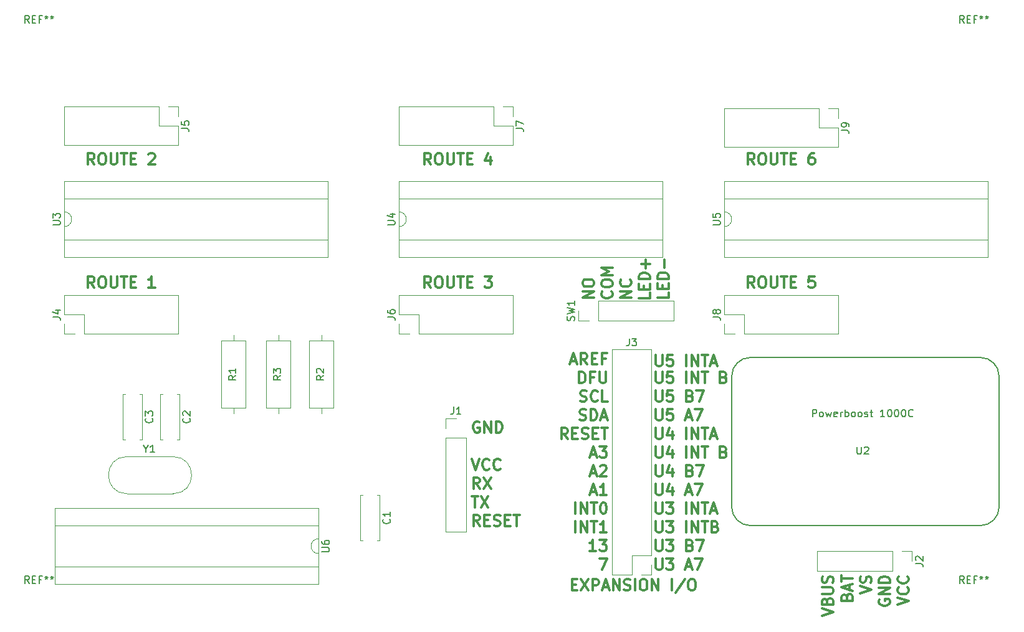
<source format=gbr>
G04 #@! TF.FileFunction,Legend,Top*
%FSLAX46Y46*%
G04 Gerber Fmt 4.6, Leading zero omitted, Abs format (unit mm)*
G04 Created by KiCad (PCBNEW 4.0.6) date 03/20/17 19:24:42*
%MOMM*%
%LPD*%
G01*
G04 APERTURE LIST*
%ADD10C,0.100000*%
%ADD11C,0.300000*%
%ADD12C,0.120000*%
%ADD13C,0.150000*%
G04 APERTURE END LIST*
D10*
D11*
X173395143Y-90594571D02*
X172895143Y-89880286D01*
X172538000Y-90594571D02*
X172538000Y-89094571D01*
X173109428Y-89094571D01*
X173252286Y-89166000D01*
X173323714Y-89237429D01*
X173395143Y-89380286D01*
X173395143Y-89594571D01*
X173323714Y-89737429D01*
X173252286Y-89808857D01*
X173109428Y-89880286D01*
X172538000Y-89880286D01*
X174323714Y-89094571D02*
X174609428Y-89094571D01*
X174752286Y-89166000D01*
X174895143Y-89308857D01*
X174966571Y-89594571D01*
X174966571Y-90094571D01*
X174895143Y-90380286D01*
X174752286Y-90523143D01*
X174609428Y-90594571D01*
X174323714Y-90594571D01*
X174180857Y-90523143D01*
X174038000Y-90380286D01*
X173966571Y-90094571D01*
X173966571Y-89594571D01*
X174038000Y-89308857D01*
X174180857Y-89166000D01*
X174323714Y-89094571D01*
X175609429Y-89094571D02*
X175609429Y-90308857D01*
X175680857Y-90451714D01*
X175752286Y-90523143D01*
X175895143Y-90594571D01*
X176180857Y-90594571D01*
X176323715Y-90523143D01*
X176395143Y-90451714D01*
X176466572Y-90308857D01*
X176466572Y-89094571D01*
X176966572Y-89094571D02*
X177823715Y-89094571D01*
X177395144Y-90594571D02*
X177395144Y-89094571D01*
X178323715Y-89808857D02*
X178823715Y-89808857D01*
X179038001Y-90594571D02*
X178323715Y-90594571D01*
X178323715Y-89094571D01*
X179038001Y-89094571D01*
X181466572Y-89094571D02*
X181180858Y-89094571D01*
X181038001Y-89166000D01*
X180966572Y-89237429D01*
X180823715Y-89451714D01*
X180752286Y-89737429D01*
X180752286Y-90308857D01*
X180823715Y-90451714D01*
X180895143Y-90523143D01*
X181038001Y-90594571D01*
X181323715Y-90594571D01*
X181466572Y-90523143D01*
X181538001Y-90451714D01*
X181609429Y-90308857D01*
X181609429Y-89951714D01*
X181538001Y-89808857D01*
X181466572Y-89737429D01*
X181323715Y-89666000D01*
X181038001Y-89666000D01*
X180895143Y-89737429D01*
X180823715Y-89808857D01*
X180752286Y-89951714D01*
X173395143Y-107358571D02*
X172895143Y-106644286D01*
X172538000Y-107358571D02*
X172538000Y-105858571D01*
X173109428Y-105858571D01*
X173252286Y-105930000D01*
X173323714Y-106001429D01*
X173395143Y-106144286D01*
X173395143Y-106358571D01*
X173323714Y-106501429D01*
X173252286Y-106572857D01*
X173109428Y-106644286D01*
X172538000Y-106644286D01*
X174323714Y-105858571D02*
X174609428Y-105858571D01*
X174752286Y-105930000D01*
X174895143Y-106072857D01*
X174966571Y-106358571D01*
X174966571Y-106858571D01*
X174895143Y-107144286D01*
X174752286Y-107287143D01*
X174609428Y-107358571D01*
X174323714Y-107358571D01*
X174180857Y-107287143D01*
X174038000Y-107144286D01*
X173966571Y-106858571D01*
X173966571Y-106358571D01*
X174038000Y-106072857D01*
X174180857Y-105930000D01*
X174323714Y-105858571D01*
X175609429Y-105858571D02*
X175609429Y-107072857D01*
X175680857Y-107215714D01*
X175752286Y-107287143D01*
X175895143Y-107358571D01*
X176180857Y-107358571D01*
X176323715Y-107287143D01*
X176395143Y-107215714D01*
X176466572Y-107072857D01*
X176466572Y-105858571D01*
X176966572Y-105858571D02*
X177823715Y-105858571D01*
X177395144Y-107358571D02*
X177395144Y-105858571D01*
X178323715Y-106572857D02*
X178823715Y-106572857D01*
X179038001Y-107358571D02*
X178323715Y-107358571D01*
X178323715Y-105858571D01*
X179038001Y-105858571D01*
X181538001Y-105858571D02*
X180823715Y-105858571D01*
X180752286Y-106572857D01*
X180823715Y-106501429D01*
X180966572Y-106430000D01*
X181323715Y-106430000D01*
X181466572Y-106501429D01*
X181538001Y-106572857D01*
X181609429Y-106715714D01*
X181609429Y-107072857D01*
X181538001Y-107215714D01*
X181466572Y-107287143D01*
X181323715Y-107358571D01*
X180966572Y-107358571D01*
X180823715Y-107287143D01*
X180752286Y-107215714D01*
X129453143Y-90594571D02*
X128953143Y-89880286D01*
X128596000Y-90594571D02*
X128596000Y-89094571D01*
X129167428Y-89094571D01*
X129310286Y-89166000D01*
X129381714Y-89237429D01*
X129453143Y-89380286D01*
X129453143Y-89594571D01*
X129381714Y-89737429D01*
X129310286Y-89808857D01*
X129167428Y-89880286D01*
X128596000Y-89880286D01*
X130381714Y-89094571D02*
X130667428Y-89094571D01*
X130810286Y-89166000D01*
X130953143Y-89308857D01*
X131024571Y-89594571D01*
X131024571Y-90094571D01*
X130953143Y-90380286D01*
X130810286Y-90523143D01*
X130667428Y-90594571D01*
X130381714Y-90594571D01*
X130238857Y-90523143D01*
X130096000Y-90380286D01*
X130024571Y-90094571D01*
X130024571Y-89594571D01*
X130096000Y-89308857D01*
X130238857Y-89166000D01*
X130381714Y-89094571D01*
X131667429Y-89094571D02*
X131667429Y-90308857D01*
X131738857Y-90451714D01*
X131810286Y-90523143D01*
X131953143Y-90594571D01*
X132238857Y-90594571D01*
X132381715Y-90523143D01*
X132453143Y-90451714D01*
X132524572Y-90308857D01*
X132524572Y-89094571D01*
X133024572Y-89094571D02*
X133881715Y-89094571D01*
X133453144Y-90594571D02*
X133453144Y-89094571D01*
X134381715Y-89808857D02*
X134881715Y-89808857D01*
X135096001Y-90594571D02*
X134381715Y-90594571D01*
X134381715Y-89094571D01*
X135096001Y-89094571D01*
X137524572Y-89594571D02*
X137524572Y-90594571D01*
X137167429Y-89023143D02*
X136810286Y-90094571D01*
X137738858Y-90094571D01*
X129453143Y-107358571D02*
X128953143Y-106644286D01*
X128596000Y-107358571D02*
X128596000Y-105858571D01*
X129167428Y-105858571D01*
X129310286Y-105930000D01*
X129381714Y-106001429D01*
X129453143Y-106144286D01*
X129453143Y-106358571D01*
X129381714Y-106501429D01*
X129310286Y-106572857D01*
X129167428Y-106644286D01*
X128596000Y-106644286D01*
X130381714Y-105858571D02*
X130667428Y-105858571D01*
X130810286Y-105930000D01*
X130953143Y-106072857D01*
X131024571Y-106358571D01*
X131024571Y-106858571D01*
X130953143Y-107144286D01*
X130810286Y-107287143D01*
X130667428Y-107358571D01*
X130381714Y-107358571D01*
X130238857Y-107287143D01*
X130096000Y-107144286D01*
X130024571Y-106858571D01*
X130024571Y-106358571D01*
X130096000Y-106072857D01*
X130238857Y-105930000D01*
X130381714Y-105858571D01*
X131667429Y-105858571D02*
X131667429Y-107072857D01*
X131738857Y-107215714D01*
X131810286Y-107287143D01*
X131953143Y-107358571D01*
X132238857Y-107358571D01*
X132381715Y-107287143D01*
X132453143Y-107215714D01*
X132524572Y-107072857D01*
X132524572Y-105858571D01*
X133024572Y-105858571D02*
X133881715Y-105858571D01*
X133453144Y-107358571D02*
X133453144Y-105858571D01*
X134381715Y-106572857D02*
X134881715Y-106572857D01*
X135096001Y-107358571D02*
X134381715Y-107358571D01*
X134381715Y-105858571D01*
X135096001Y-105858571D01*
X136738858Y-105858571D02*
X137667429Y-105858571D01*
X137167429Y-106430000D01*
X137381715Y-106430000D01*
X137524572Y-106501429D01*
X137596001Y-106572857D01*
X137667429Y-106715714D01*
X137667429Y-107072857D01*
X137596001Y-107215714D01*
X137524572Y-107287143D01*
X137381715Y-107358571D01*
X136953143Y-107358571D01*
X136810286Y-107287143D01*
X136738858Y-107215714D01*
X83733143Y-90594571D02*
X83233143Y-89880286D01*
X82876000Y-90594571D02*
X82876000Y-89094571D01*
X83447428Y-89094571D01*
X83590286Y-89166000D01*
X83661714Y-89237429D01*
X83733143Y-89380286D01*
X83733143Y-89594571D01*
X83661714Y-89737429D01*
X83590286Y-89808857D01*
X83447428Y-89880286D01*
X82876000Y-89880286D01*
X84661714Y-89094571D02*
X84947428Y-89094571D01*
X85090286Y-89166000D01*
X85233143Y-89308857D01*
X85304571Y-89594571D01*
X85304571Y-90094571D01*
X85233143Y-90380286D01*
X85090286Y-90523143D01*
X84947428Y-90594571D01*
X84661714Y-90594571D01*
X84518857Y-90523143D01*
X84376000Y-90380286D01*
X84304571Y-90094571D01*
X84304571Y-89594571D01*
X84376000Y-89308857D01*
X84518857Y-89166000D01*
X84661714Y-89094571D01*
X85947429Y-89094571D02*
X85947429Y-90308857D01*
X86018857Y-90451714D01*
X86090286Y-90523143D01*
X86233143Y-90594571D01*
X86518857Y-90594571D01*
X86661715Y-90523143D01*
X86733143Y-90451714D01*
X86804572Y-90308857D01*
X86804572Y-89094571D01*
X87304572Y-89094571D02*
X88161715Y-89094571D01*
X87733144Y-90594571D02*
X87733144Y-89094571D01*
X88661715Y-89808857D02*
X89161715Y-89808857D01*
X89376001Y-90594571D02*
X88661715Y-90594571D01*
X88661715Y-89094571D01*
X89376001Y-89094571D01*
X91090286Y-89237429D02*
X91161715Y-89166000D01*
X91304572Y-89094571D01*
X91661715Y-89094571D01*
X91804572Y-89166000D01*
X91876001Y-89237429D01*
X91947429Y-89380286D01*
X91947429Y-89523143D01*
X91876001Y-89737429D01*
X91018858Y-90594571D01*
X91947429Y-90594571D01*
X83733143Y-107358571D02*
X83233143Y-106644286D01*
X82876000Y-107358571D02*
X82876000Y-105858571D01*
X83447428Y-105858571D01*
X83590286Y-105930000D01*
X83661714Y-106001429D01*
X83733143Y-106144286D01*
X83733143Y-106358571D01*
X83661714Y-106501429D01*
X83590286Y-106572857D01*
X83447428Y-106644286D01*
X82876000Y-106644286D01*
X84661714Y-105858571D02*
X84947428Y-105858571D01*
X85090286Y-105930000D01*
X85233143Y-106072857D01*
X85304571Y-106358571D01*
X85304571Y-106858571D01*
X85233143Y-107144286D01*
X85090286Y-107287143D01*
X84947428Y-107358571D01*
X84661714Y-107358571D01*
X84518857Y-107287143D01*
X84376000Y-107144286D01*
X84304571Y-106858571D01*
X84304571Y-106358571D01*
X84376000Y-106072857D01*
X84518857Y-105930000D01*
X84661714Y-105858571D01*
X85947429Y-105858571D02*
X85947429Y-107072857D01*
X86018857Y-107215714D01*
X86090286Y-107287143D01*
X86233143Y-107358571D01*
X86518857Y-107358571D01*
X86661715Y-107287143D01*
X86733143Y-107215714D01*
X86804572Y-107072857D01*
X86804572Y-105858571D01*
X87304572Y-105858571D02*
X88161715Y-105858571D01*
X87733144Y-107358571D02*
X87733144Y-105858571D01*
X88661715Y-106572857D02*
X89161715Y-106572857D01*
X89376001Y-107358571D02*
X88661715Y-107358571D01*
X88661715Y-105858571D01*
X89376001Y-105858571D01*
X91947429Y-107358571D02*
X91090286Y-107358571D01*
X91518858Y-107358571D02*
X91518858Y-105858571D01*
X91376001Y-106072857D01*
X91233143Y-106215714D01*
X91090286Y-106287143D01*
X160012572Y-144212571D02*
X160012572Y-145426857D01*
X160084000Y-145569714D01*
X160155429Y-145641143D01*
X160298286Y-145712571D01*
X160584000Y-145712571D01*
X160726858Y-145641143D01*
X160798286Y-145569714D01*
X160869715Y-145426857D01*
X160869715Y-144212571D01*
X161441144Y-144212571D02*
X162369715Y-144212571D01*
X161869715Y-144784000D01*
X162084001Y-144784000D01*
X162226858Y-144855429D01*
X162298287Y-144926857D01*
X162369715Y-145069714D01*
X162369715Y-145426857D01*
X162298287Y-145569714D01*
X162226858Y-145641143D01*
X162084001Y-145712571D01*
X161655429Y-145712571D01*
X161512572Y-145641143D01*
X161441144Y-145569714D01*
X164084000Y-145284000D02*
X164798286Y-145284000D01*
X163941143Y-145712571D02*
X164441143Y-144212571D01*
X164941143Y-145712571D01*
X165298286Y-144212571D02*
X166298286Y-144212571D01*
X165655429Y-145712571D01*
X160012572Y-141672571D02*
X160012572Y-142886857D01*
X160084000Y-143029714D01*
X160155429Y-143101143D01*
X160298286Y-143172571D01*
X160584000Y-143172571D01*
X160726858Y-143101143D01*
X160798286Y-143029714D01*
X160869715Y-142886857D01*
X160869715Y-141672571D01*
X161441144Y-141672571D02*
X162369715Y-141672571D01*
X161869715Y-142244000D01*
X162084001Y-142244000D01*
X162226858Y-142315429D01*
X162298287Y-142386857D01*
X162369715Y-142529714D01*
X162369715Y-142886857D01*
X162298287Y-143029714D01*
X162226858Y-143101143D01*
X162084001Y-143172571D01*
X161655429Y-143172571D01*
X161512572Y-143101143D01*
X161441144Y-143029714D01*
X164655429Y-142386857D02*
X164869715Y-142458286D01*
X164941143Y-142529714D01*
X165012572Y-142672571D01*
X165012572Y-142886857D01*
X164941143Y-143029714D01*
X164869715Y-143101143D01*
X164726857Y-143172571D01*
X164155429Y-143172571D01*
X164155429Y-141672571D01*
X164655429Y-141672571D01*
X164798286Y-141744000D01*
X164869715Y-141815429D01*
X164941143Y-141958286D01*
X164941143Y-142101143D01*
X164869715Y-142244000D01*
X164798286Y-142315429D01*
X164655429Y-142386857D01*
X164155429Y-142386857D01*
X165512572Y-141672571D02*
X166512572Y-141672571D01*
X165869715Y-143172571D01*
X160012572Y-139132571D02*
X160012572Y-140346857D01*
X160084000Y-140489714D01*
X160155429Y-140561143D01*
X160298286Y-140632571D01*
X160584000Y-140632571D01*
X160726858Y-140561143D01*
X160798286Y-140489714D01*
X160869715Y-140346857D01*
X160869715Y-139132571D01*
X161441144Y-139132571D02*
X162369715Y-139132571D01*
X161869715Y-139704000D01*
X162084001Y-139704000D01*
X162226858Y-139775429D01*
X162298287Y-139846857D01*
X162369715Y-139989714D01*
X162369715Y-140346857D01*
X162298287Y-140489714D01*
X162226858Y-140561143D01*
X162084001Y-140632571D01*
X161655429Y-140632571D01*
X161512572Y-140561143D01*
X161441144Y-140489714D01*
X164155429Y-140632571D02*
X164155429Y-139132571D01*
X164869715Y-140632571D02*
X164869715Y-139132571D01*
X165726858Y-140632571D01*
X165726858Y-139132571D01*
X166226858Y-139132571D02*
X167084001Y-139132571D01*
X166655430Y-140632571D02*
X166655430Y-139132571D01*
X168084001Y-139846857D02*
X168298287Y-139918286D01*
X168369715Y-139989714D01*
X168441144Y-140132571D01*
X168441144Y-140346857D01*
X168369715Y-140489714D01*
X168298287Y-140561143D01*
X168155429Y-140632571D01*
X167584001Y-140632571D01*
X167584001Y-139132571D01*
X168084001Y-139132571D01*
X168226858Y-139204000D01*
X168298287Y-139275429D01*
X168369715Y-139418286D01*
X168369715Y-139561143D01*
X168298287Y-139704000D01*
X168226858Y-139775429D01*
X168084001Y-139846857D01*
X167584001Y-139846857D01*
X160012572Y-136592571D02*
X160012572Y-137806857D01*
X160084000Y-137949714D01*
X160155429Y-138021143D01*
X160298286Y-138092571D01*
X160584000Y-138092571D01*
X160726858Y-138021143D01*
X160798286Y-137949714D01*
X160869715Y-137806857D01*
X160869715Y-136592571D01*
X161441144Y-136592571D02*
X162369715Y-136592571D01*
X161869715Y-137164000D01*
X162084001Y-137164000D01*
X162226858Y-137235429D01*
X162298287Y-137306857D01*
X162369715Y-137449714D01*
X162369715Y-137806857D01*
X162298287Y-137949714D01*
X162226858Y-138021143D01*
X162084001Y-138092571D01*
X161655429Y-138092571D01*
X161512572Y-138021143D01*
X161441144Y-137949714D01*
X164155429Y-138092571D02*
X164155429Y-136592571D01*
X164869715Y-138092571D02*
X164869715Y-136592571D01*
X165726858Y-138092571D01*
X165726858Y-136592571D01*
X166226858Y-136592571D02*
X167084001Y-136592571D01*
X166655430Y-138092571D02*
X166655430Y-136592571D01*
X167512572Y-137664000D02*
X168226858Y-137664000D01*
X167369715Y-138092571D02*
X167869715Y-136592571D01*
X168369715Y-138092571D01*
X160012572Y-131512571D02*
X160012572Y-132726857D01*
X160084000Y-132869714D01*
X160155429Y-132941143D01*
X160298286Y-133012571D01*
X160584000Y-133012571D01*
X160726858Y-132941143D01*
X160798286Y-132869714D01*
X160869715Y-132726857D01*
X160869715Y-131512571D01*
X162226858Y-132012571D02*
X162226858Y-133012571D01*
X161869715Y-131441143D02*
X161512572Y-132512571D01*
X162441144Y-132512571D01*
X164655429Y-132226857D02*
X164869715Y-132298286D01*
X164941143Y-132369714D01*
X165012572Y-132512571D01*
X165012572Y-132726857D01*
X164941143Y-132869714D01*
X164869715Y-132941143D01*
X164726857Y-133012571D01*
X164155429Y-133012571D01*
X164155429Y-131512571D01*
X164655429Y-131512571D01*
X164798286Y-131584000D01*
X164869715Y-131655429D01*
X164941143Y-131798286D01*
X164941143Y-131941143D01*
X164869715Y-132084000D01*
X164798286Y-132155429D01*
X164655429Y-132226857D01*
X164155429Y-132226857D01*
X165512572Y-131512571D02*
X166512572Y-131512571D01*
X165869715Y-133012571D01*
X160012572Y-134052571D02*
X160012572Y-135266857D01*
X160084000Y-135409714D01*
X160155429Y-135481143D01*
X160298286Y-135552571D01*
X160584000Y-135552571D01*
X160726858Y-135481143D01*
X160798286Y-135409714D01*
X160869715Y-135266857D01*
X160869715Y-134052571D01*
X162226858Y-134552571D02*
X162226858Y-135552571D01*
X161869715Y-133981143D02*
X161512572Y-135052571D01*
X162441144Y-135052571D01*
X164084000Y-135124000D02*
X164798286Y-135124000D01*
X163941143Y-135552571D02*
X164441143Y-134052571D01*
X164941143Y-135552571D01*
X165298286Y-134052571D02*
X166298286Y-134052571D01*
X165655429Y-135552571D01*
X160012572Y-128972571D02*
X160012572Y-130186857D01*
X160084000Y-130329714D01*
X160155429Y-130401143D01*
X160298286Y-130472571D01*
X160584000Y-130472571D01*
X160726858Y-130401143D01*
X160798286Y-130329714D01*
X160869715Y-130186857D01*
X160869715Y-128972571D01*
X162226858Y-129472571D02*
X162226858Y-130472571D01*
X161869715Y-128901143D02*
X161512572Y-129972571D01*
X162441144Y-129972571D01*
X164155429Y-130472571D02*
X164155429Y-128972571D01*
X164869715Y-130472571D02*
X164869715Y-128972571D01*
X165726858Y-130472571D01*
X165726858Y-128972571D01*
X166226858Y-128972571D02*
X167084001Y-128972571D01*
X166655430Y-130472571D02*
X166655430Y-128972571D01*
X169226858Y-129686857D02*
X169441144Y-129758286D01*
X169512572Y-129829714D01*
X169584001Y-129972571D01*
X169584001Y-130186857D01*
X169512572Y-130329714D01*
X169441144Y-130401143D01*
X169298286Y-130472571D01*
X168726858Y-130472571D01*
X168726858Y-128972571D01*
X169226858Y-128972571D01*
X169369715Y-129044000D01*
X169441144Y-129115429D01*
X169512572Y-129258286D01*
X169512572Y-129401143D01*
X169441144Y-129544000D01*
X169369715Y-129615429D01*
X169226858Y-129686857D01*
X168726858Y-129686857D01*
X160012572Y-126432571D02*
X160012572Y-127646857D01*
X160084000Y-127789714D01*
X160155429Y-127861143D01*
X160298286Y-127932571D01*
X160584000Y-127932571D01*
X160726858Y-127861143D01*
X160798286Y-127789714D01*
X160869715Y-127646857D01*
X160869715Y-126432571D01*
X162226858Y-126932571D02*
X162226858Y-127932571D01*
X161869715Y-126361143D02*
X161512572Y-127432571D01*
X162441144Y-127432571D01*
X164155429Y-127932571D02*
X164155429Y-126432571D01*
X164869715Y-127932571D02*
X164869715Y-126432571D01*
X165726858Y-127932571D01*
X165726858Y-126432571D01*
X166226858Y-126432571D02*
X167084001Y-126432571D01*
X166655430Y-127932571D02*
X166655430Y-126432571D01*
X167512572Y-127504000D02*
X168226858Y-127504000D01*
X167369715Y-127932571D02*
X167869715Y-126432571D01*
X168369715Y-127932571D01*
X160012572Y-123892571D02*
X160012572Y-125106857D01*
X160084000Y-125249714D01*
X160155429Y-125321143D01*
X160298286Y-125392571D01*
X160584000Y-125392571D01*
X160726858Y-125321143D01*
X160798286Y-125249714D01*
X160869715Y-125106857D01*
X160869715Y-123892571D01*
X162298287Y-123892571D02*
X161584001Y-123892571D01*
X161512572Y-124606857D01*
X161584001Y-124535429D01*
X161726858Y-124464000D01*
X162084001Y-124464000D01*
X162226858Y-124535429D01*
X162298287Y-124606857D01*
X162369715Y-124749714D01*
X162369715Y-125106857D01*
X162298287Y-125249714D01*
X162226858Y-125321143D01*
X162084001Y-125392571D01*
X161726858Y-125392571D01*
X161584001Y-125321143D01*
X161512572Y-125249714D01*
X164084000Y-124964000D02*
X164798286Y-124964000D01*
X163941143Y-125392571D02*
X164441143Y-123892571D01*
X164941143Y-125392571D01*
X165298286Y-123892571D02*
X166298286Y-123892571D01*
X165655429Y-125392571D01*
X160012572Y-121352571D02*
X160012572Y-122566857D01*
X160084000Y-122709714D01*
X160155429Y-122781143D01*
X160298286Y-122852571D01*
X160584000Y-122852571D01*
X160726858Y-122781143D01*
X160798286Y-122709714D01*
X160869715Y-122566857D01*
X160869715Y-121352571D01*
X162298287Y-121352571D02*
X161584001Y-121352571D01*
X161512572Y-122066857D01*
X161584001Y-121995429D01*
X161726858Y-121924000D01*
X162084001Y-121924000D01*
X162226858Y-121995429D01*
X162298287Y-122066857D01*
X162369715Y-122209714D01*
X162369715Y-122566857D01*
X162298287Y-122709714D01*
X162226858Y-122781143D01*
X162084001Y-122852571D01*
X161726858Y-122852571D01*
X161584001Y-122781143D01*
X161512572Y-122709714D01*
X164655429Y-122066857D02*
X164869715Y-122138286D01*
X164941143Y-122209714D01*
X165012572Y-122352571D01*
X165012572Y-122566857D01*
X164941143Y-122709714D01*
X164869715Y-122781143D01*
X164726857Y-122852571D01*
X164155429Y-122852571D01*
X164155429Y-121352571D01*
X164655429Y-121352571D01*
X164798286Y-121424000D01*
X164869715Y-121495429D01*
X164941143Y-121638286D01*
X164941143Y-121781143D01*
X164869715Y-121924000D01*
X164798286Y-121995429D01*
X164655429Y-122066857D01*
X164155429Y-122066857D01*
X165512572Y-121352571D02*
X166512572Y-121352571D01*
X165869715Y-122852571D01*
X160012572Y-118812571D02*
X160012572Y-120026857D01*
X160084000Y-120169714D01*
X160155429Y-120241143D01*
X160298286Y-120312571D01*
X160584000Y-120312571D01*
X160726858Y-120241143D01*
X160798286Y-120169714D01*
X160869715Y-120026857D01*
X160869715Y-118812571D01*
X162298287Y-118812571D02*
X161584001Y-118812571D01*
X161512572Y-119526857D01*
X161584001Y-119455429D01*
X161726858Y-119384000D01*
X162084001Y-119384000D01*
X162226858Y-119455429D01*
X162298287Y-119526857D01*
X162369715Y-119669714D01*
X162369715Y-120026857D01*
X162298287Y-120169714D01*
X162226858Y-120241143D01*
X162084001Y-120312571D01*
X161726858Y-120312571D01*
X161584001Y-120241143D01*
X161512572Y-120169714D01*
X164155429Y-120312571D02*
X164155429Y-118812571D01*
X164869715Y-120312571D02*
X164869715Y-118812571D01*
X165726858Y-120312571D01*
X165726858Y-118812571D01*
X166226858Y-118812571D02*
X167084001Y-118812571D01*
X166655430Y-120312571D02*
X166655430Y-118812571D01*
X169226858Y-119526857D02*
X169441144Y-119598286D01*
X169512572Y-119669714D01*
X169584001Y-119812571D01*
X169584001Y-120026857D01*
X169512572Y-120169714D01*
X169441144Y-120241143D01*
X169298286Y-120312571D01*
X168726858Y-120312571D01*
X168726858Y-118812571D01*
X169226858Y-118812571D01*
X169369715Y-118884000D01*
X169441144Y-118955429D01*
X169512572Y-119098286D01*
X169512572Y-119241143D01*
X169441144Y-119384000D01*
X169369715Y-119455429D01*
X169226858Y-119526857D01*
X168726858Y-119526857D01*
X160012572Y-116526571D02*
X160012572Y-117740857D01*
X160084000Y-117883714D01*
X160155429Y-117955143D01*
X160298286Y-118026571D01*
X160584000Y-118026571D01*
X160726858Y-117955143D01*
X160798286Y-117883714D01*
X160869715Y-117740857D01*
X160869715Y-116526571D01*
X162298287Y-116526571D02*
X161584001Y-116526571D01*
X161512572Y-117240857D01*
X161584001Y-117169429D01*
X161726858Y-117098000D01*
X162084001Y-117098000D01*
X162226858Y-117169429D01*
X162298287Y-117240857D01*
X162369715Y-117383714D01*
X162369715Y-117740857D01*
X162298287Y-117883714D01*
X162226858Y-117955143D01*
X162084001Y-118026571D01*
X161726858Y-118026571D01*
X161584001Y-117955143D01*
X161512572Y-117883714D01*
X164155429Y-118026571D02*
X164155429Y-116526571D01*
X164869715Y-118026571D02*
X164869715Y-116526571D01*
X165726858Y-118026571D01*
X165726858Y-116526571D01*
X166226858Y-116526571D02*
X167084001Y-116526571D01*
X166655430Y-118026571D02*
X166655430Y-116526571D01*
X167512572Y-117598000D02*
X168226858Y-117598000D01*
X167369715Y-118026571D02*
X167869715Y-116526571D01*
X168369715Y-118026571D01*
X152376001Y-144212571D02*
X153376001Y-144212571D01*
X152733144Y-145712571D01*
X151876001Y-143172571D02*
X151018858Y-143172571D01*
X151447430Y-143172571D02*
X151447430Y-141672571D01*
X151304573Y-141886857D01*
X151161715Y-142029714D01*
X151018858Y-142101143D01*
X152376001Y-141672571D02*
X153304572Y-141672571D01*
X152804572Y-142244000D01*
X153018858Y-142244000D01*
X153161715Y-142315429D01*
X153233144Y-142386857D01*
X153304572Y-142529714D01*
X153304572Y-142886857D01*
X153233144Y-143029714D01*
X153161715Y-143101143D01*
X153018858Y-143172571D01*
X152590286Y-143172571D01*
X152447429Y-143101143D01*
X152376001Y-143029714D01*
X149090286Y-140632571D02*
X149090286Y-139132571D01*
X149804572Y-140632571D02*
X149804572Y-139132571D01*
X150661715Y-140632571D01*
X150661715Y-139132571D01*
X151161715Y-139132571D02*
X152018858Y-139132571D01*
X151590287Y-140632571D02*
X151590287Y-139132571D01*
X153304572Y-140632571D02*
X152447429Y-140632571D01*
X152876001Y-140632571D02*
X152876001Y-139132571D01*
X152733144Y-139346857D01*
X152590286Y-139489714D01*
X152447429Y-139561143D01*
X149090286Y-138092571D02*
X149090286Y-136592571D01*
X149804572Y-138092571D02*
X149804572Y-136592571D01*
X150661715Y-138092571D01*
X150661715Y-136592571D01*
X151161715Y-136592571D02*
X152018858Y-136592571D01*
X151590287Y-138092571D02*
X151590287Y-136592571D01*
X152804572Y-136592571D02*
X152947429Y-136592571D01*
X153090286Y-136664000D01*
X153161715Y-136735429D01*
X153233144Y-136878286D01*
X153304572Y-137164000D01*
X153304572Y-137521143D01*
X153233144Y-137806857D01*
X153161715Y-137949714D01*
X153090286Y-138021143D01*
X152947429Y-138092571D01*
X152804572Y-138092571D01*
X152661715Y-138021143D01*
X152590286Y-137949714D01*
X152518858Y-137806857D01*
X152447429Y-137521143D01*
X152447429Y-137164000D01*
X152518858Y-136878286D01*
X152590286Y-136735429D01*
X152661715Y-136664000D01*
X152804572Y-136592571D01*
X151161715Y-135124000D02*
X151876001Y-135124000D01*
X151018858Y-135552571D02*
X151518858Y-134052571D01*
X152018858Y-135552571D01*
X153304572Y-135552571D02*
X152447429Y-135552571D01*
X152876001Y-135552571D02*
X152876001Y-134052571D01*
X152733144Y-134266857D01*
X152590286Y-134409714D01*
X152447429Y-134481143D01*
X151161715Y-132584000D02*
X151876001Y-132584000D01*
X151018858Y-133012571D02*
X151518858Y-131512571D01*
X152018858Y-133012571D01*
X152447429Y-131655429D02*
X152518858Y-131584000D01*
X152661715Y-131512571D01*
X153018858Y-131512571D01*
X153161715Y-131584000D01*
X153233144Y-131655429D01*
X153304572Y-131798286D01*
X153304572Y-131941143D01*
X153233144Y-132155429D01*
X152376001Y-133012571D01*
X153304572Y-133012571D01*
X151161715Y-130044000D02*
X151876001Y-130044000D01*
X151018858Y-130472571D02*
X151518858Y-128972571D01*
X152018858Y-130472571D01*
X152376001Y-128972571D02*
X153304572Y-128972571D01*
X152804572Y-129544000D01*
X153018858Y-129544000D01*
X153161715Y-129615429D01*
X153233144Y-129686857D01*
X153304572Y-129829714D01*
X153304572Y-130186857D01*
X153233144Y-130329714D01*
X153161715Y-130401143D01*
X153018858Y-130472571D01*
X152590286Y-130472571D01*
X152447429Y-130401143D01*
X152376001Y-130329714D01*
X148018858Y-127932571D02*
X147518858Y-127218286D01*
X147161715Y-127932571D02*
X147161715Y-126432571D01*
X147733143Y-126432571D01*
X147876001Y-126504000D01*
X147947429Y-126575429D01*
X148018858Y-126718286D01*
X148018858Y-126932571D01*
X147947429Y-127075429D01*
X147876001Y-127146857D01*
X147733143Y-127218286D01*
X147161715Y-127218286D01*
X148661715Y-127146857D02*
X149161715Y-127146857D01*
X149376001Y-127932571D02*
X148661715Y-127932571D01*
X148661715Y-126432571D01*
X149376001Y-126432571D01*
X149947429Y-127861143D02*
X150161715Y-127932571D01*
X150518858Y-127932571D01*
X150661715Y-127861143D01*
X150733144Y-127789714D01*
X150804572Y-127646857D01*
X150804572Y-127504000D01*
X150733144Y-127361143D01*
X150661715Y-127289714D01*
X150518858Y-127218286D01*
X150233144Y-127146857D01*
X150090286Y-127075429D01*
X150018858Y-127004000D01*
X149947429Y-126861143D01*
X149947429Y-126718286D01*
X150018858Y-126575429D01*
X150090286Y-126504000D01*
X150233144Y-126432571D01*
X150590286Y-126432571D01*
X150804572Y-126504000D01*
X151447429Y-127146857D02*
X151947429Y-127146857D01*
X152161715Y-127932571D02*
X151447429Y-127932571D01*
X151447429Y-126432571D01*
X152161715Y-126432571D01*
X152590286Y-126432571D02*
X153447429Y-126432571D01*
X153018858Y-127932571D02*
X153018858Y-126432571D01*
X149661715Y-125321143D02*
X149876001Y-125392571D01*
X150233144Y-125392571D01*
X150376001Y-125321143D01*
X150447430Y-125249714D01*
X150518858Y-125106857D01*
X150518858Y-124964000D01*
X150447430Y-124821143D01*
X150376001Y-124749714D01*
X150233144Y-124678286D01*
X149947430Y-124606857D01*
X149804572Y-124535429D01*
X149733144Y-124464000D01*
X149661715Y-124321143D01*
X149661715Y-124178286D01*
X149733144Y-124035429D01*
X149804572Y-123964000D01*
X149947430Y-123892571D01*
X150304572Y-123892571D01*
X150518858Y-123964000D01*
X151161715Y-125392571D02*
X151161715Y-123892571D01*
X151518858Y-123892571D01*
X151733143Y-123964000D01*
X151876001Y-124106857D01*
X151947429Y-124249714D01*
X152018858Y-124535429D01*
X152018858Y-124749714D01*
X151947429Y-125035429D01*
X151876001Y-125178286D01*
X151733143Y-125321143D01*
X151518858Y-125392571D01*
X151161715Y-125392571D01*
X152590286Y-124964000D02*
X153304572Y-124964000D01*
X152447429Y-125392571D02*
X152947429Y-123892571D01*
X153447429Y-125392571D01*
X149733143Y-122781143D02*
X149947429Y-122852571D01*
X150304572Y-122852571D01*
X150447429Y-122781143D01*
X150518858Y-122709714D01*
X150590286Y-122566857D01*
X150590286Y-122424000D01*
X150518858Y-122281143D01*
X150447429Y-122209714D01*
X150304572Y-122138286D01*
X150018858Y-122066857D01*
X149876000Y-121995429D01*
X149804572Y-121924000D01*
X149733143Y-121781143D01*
X149733143Y-121638286D01*
X149804572Y-121495429D01*
X149876000Y-121424000D01*
X150018858Y-121352571D01*
X150376000Y-121352571D01*
X150590286Y-121424000D01*
X152090286Y-122709714D02*
X152018857Y-122781143D01*
X151804571Y-122852571D01*
X151661714Y-122852571D01*
X151447429Y-122781143D01*
X151304571Y-122638286D01*
X151233143Y-122495429D01*
X151161714Y-122209714D01*
X151161714Y-121995429D01*
X151233143Y-121709714D01*
X151304571Y-121566857D01*
X151447429Y-121424000D01*
X151661714Y-121352571D01*
X151804571Y-121352571D01*
X152018857Y-121424000D01*
X152090286Y-121495429D01*
X153447429Y-122852571D02*
X152733143Y-122852571D01*
X152733143Y-121352571D01*
X149590286Y-120312571D02*
X149590286Y-118812571D01*
X149947429Y-118812571D01*
X150161714Y-118884000D01*
X150304572Y-119026857D01*
X150376000Y-119169714D01*
X150447429Y-119455429D01*
X150447429Y-119669714D01*
X150376000Y-119955429D01*
X150304572Y-120098286D01*
X150161714Y-120241143D01*
X149947429Y-120312571D01*
X149590286Y-120312571D01*
X151590286Y-119526857D02*
X151090286Y-119526857D01*
X151090286Y-120312571D02*
X151090286Y-118812571D01*
X151804572Y-118812571D01*
X152376000Y-118812571D02*
X152376000Y-120026857D01*
X152447428Y-120169714D01*
X152518857Y-120241143D01*
X152661714Y-120312571D01*
X152947428Y-120312571D01*
X153090286Y-120241143D01*
X153161714Y-120169714D01*
X153233143Y-120026857D01*
X153233143Y-118812571D01*
X148447429Y-117344000D02*
X149161715Y-117344000D01*
X148304572Y-117772571D02*
X148804572Y-116272571D01*
X149304572Y-117772571D01*
X150661715Y-117772571D02*
X150161715Y-117058286D01*
X149804572Y-117772571D02*
X149804572Y-116272571D01*
X150376000Y-116272571D01*
X150518858Y-116344000D01*
X150590286Y-116415429D01*
X150661715Y-116558286D01*
X150661715Y-116772571D01*
X150590286Y-116915429D01*
X150518858Y-116986857D01*
X150376000Y-117058286D01*
X149804572Y-117058286D01*
X151304572Y-116986857D02*
X151804572Y-116986857D01*
X152018858Y-117772571D02*
X151304572Y-117772571D01*
X151304572Y-116272571D01*
X152018858Y-116272571D01*
X153161715Y-116986857D02*
X152661715Y-116986857D01*
X152661715Y-117772571D02*
X152661715Y-116272571D01*
X153376001Y-116272571D01*
X148614857Y-147720857D02*
X149114857Y-147720857D01*
X149329143Y-148506571D02*
X148614857Y-148506571D01*
X148614857Y-147006571D01*
X149329143Y-147006571D01*
X149829143Y-147006571D02*
X150829143Y-148506571D01*
X150829143Y-147006571D02*
X149829143Y-148506571D01*
X151400571Y-148506571D02*
X151400571Y-147006571D01*
X151971999Y-147006571D01*
X152114857Y-147078000D01*
X152186285Y-147149429D01*
X152257714Y-147292286D01*
X152257714Y-147506571D01*
X152186285Y-147649429D01*
X152114857Y-147720857D01*
X151971999Y-147792286D01*
X151400571Y-147792286D01*
X152829142Y-148078000D02*
X153543428Y-148078000D01*
X152686285Y-148506571D02*
X153186285Y-147006571D01*
X153686285Y-148506571D01*
X154186285Y-148506571D02*
X154186285Y-147006571D01*
X155043428Y-148506571D01*
X155043428Y-147006571D01*
X155686285Y-148435143D02*
X155900571Y-148506571D01*
X156257714Y-148506571D01*
X156400571Y-148435143D01*
X156472000Y-148363714D01*
X156543428Y-148220857D01*
X156543428Y-148078000D01*
X156472000Y-147935143D01*
X156400571Y-147863714D01*
X156257714Y-147792286D01*
X155972000Y-147720857D01*
X155829142Y-147649429D01*
X155757714Y-147578000D01*
X155686285Y-147435143D01*
X155686285Y-147292286D01*
X155757714Y-147149429D01*
X155829142Y-147078000D01*
X155972000Y-147006571D01*
X156329142Y-147006571D01*
X156543428Y-147078000D01*
X157186285Y-148506571D02*
X157186285Y-147006571D01*
X158186285Y-147006571D02*
X158471999Y-147006571D01*
X158614857Y-147078000D01*
X158757714Y-147220857D01*
X158829142Y-147506571D01*
X158829142Y-148006571D01*
X158757714Y-148292286D01*
X158614857Y-148435143D01*
X158471999Y-148506571D01*
X158186285Y-148506571D01*
X158043428Y-148435143D01*
X157900571Y-148292286D01*
X157829142Y-148006571D01*
X157829142Y-147506571D01*
X157900571Y-147220857D01*
X158043428Y-147078000D01*
X158186285Y-147006571D01*
X159472000Y-148506571D02*
X159472000Y-147006571D01*
X160329143Y-148506571D01*
X160329143Y-147006571D01*
X162186286Y-148506571D02*
X162186286Y-147006571D01*
X163972000Y-146935143D02*
X162686286Y-148863714D01*
X164757715Y-147006571D02*
X165043429Y-147006571D01*
X165186287Y-147078000D01*
X165329144Y-147220857D01*
X165400572Y-147506571D01*
X165400572Y-148006571D01*
X165329144Y-148292286D01*
X165186287Y-148435143D01*
X165043429Y-148506571D01*
X164757715Y-148506571D01*
X164614858Y-148435143D01*
X164472001Y-148292286D01*
X164400572Y-148006571D01*
X164400572Y-147506571D01*
X164472001Y-147220857D01*
X164614858Y-147078000D01*
X164757715Y-147006571D01*
X151554571Y-108715714D02*
X150054571Y-108715714D01*
X151554571Y-107858571D01*
X150054571Y-107858571D01*
X150054571Y-106858571D02*
X150054571Y-106572857D01*
X150126000Y-106429999D01*
X150268857Y-106287142D01*
X150554571Y-106215714D01*
X151054571Y-106215714D01*
X151340286Y-106287142D01*
X151483143Y-106429999D01*
X151554571Y-106572857D01*
X151554571Y-106858571D01*
X151483143Y-107001428D01*
X151340286Y-107144285D01*
X151054571Y-107215714D01*
X150554571Y-107215714D01*
X150268857Y-107144285D01*
X150126000Y-107001428D01*
X150054571Y-106858571D01*
X156634571Y-108715714D02*
X155134571Y-108715714D01*
X156634571Y-107858571D01*
X155134571Y-107858571D01*
X156491714Y-106287142D02*
X156563143Y-106358571D01*
X156634571Y-106572857D01*
X156634571Y-106715714D01*
X156563143Y-106929999D01*
X156420286Y-107072857D01*
X156277429Y-107144285D01*
X155991714Y-107215714D01*
X155777429Y-107215714D01*
X155491714Y-107144285D01*
X155348857Y-107072857D01*
X155206000Y-106929999D01*
X155134571Y-106715714D01*
X155134571Y-106572857D01*
X155206000Y-106358571D01*
X155277429Y-106287142D01*
X159174571Y-108064857D02*
X159174571Y-108779143D01*
X157674571Y-108779143D01*
X158388857Y-107564857D02*
X158388857Y-107064857D01*
X159174571Y-106850571D02*
X159174571Y-107564857D01*
X157674571Y-107564857D01*
X157674571Y-106850571D01*
X159174571Y-106207714D02*
X157674571Y-106207714D01*
X157674571Y-105850571D01*
X157746000Y-105636286D01*
X157888857Y-105493428D01*
X158031714Y-105422000D01*
X158317429Y-105350571D01*
X158531714Y-105350571D01*
X158817429Y-105422000D01*
X158960286Y-105493428D01*
X159103143Y-105636286D01*
X159174571Y-105850571D01*
X159174571Y-106207714D01*
X158603143Y-104707714D02*
X158603143Y-103564857D01*
X159174571Y-104136286D02*
X158031714Y-104136286D01*
X161714571Y-108001428D02*
X161714571Y-108715714D01*
X160214571Y-108715714D01*
X160928857Y-107501428D02*
X160928857Y-107001428D01*
X161714571Y-106787142D02*
X161714571Y-107501428D01*
X160214571Y-107501428D01*
X160214571Y-106787142D01*
X161714571Y-106144285D02*
X160214571Y-106144285D01*
X160214571Y-105787142D01*
X160286000Y-105572857D01*
X160428857Y-105429999D01*
X160571714Y-105358571D01*
X160857429Y-105287142D01*
X161071714Y-105287142D01*
X161357429Y-105358571D01*
X161500286Y-105429999D01*
X161643143Y-105572857D01*
X161714571Y-105787142D01*
X161714571Y-106144285D01*
X161143143Y-104644285D02*
X161143143Y-103501428D01*
X153951714Y-107858571D02*
X154023143Y-107930000D01*
X154094571Y-108144286D01*
X154094571Y-108287143D01*
X154023143Y-108501428D01*
X153880286Y-108644286D01*
X153737429Y-108715714D01*
X153451714Y-108787143D01*
X153237429Y-108787143D01*
X152951714Y-108715714D01*
X152808857Y-108644286D01*
X152666000Y-108501428D01*
X152594571Y-108287143D01*
X152594571Y-108144286D01*
X152666000Y-107930000D01*
X152737429Y-107858571D01*
X152594571Y-106930000D02*
X152594571Y-106644286D01*
X152666000Y-106501428D01*
X152808857Y-106358571D01*
X153094571Y-106287143D01*
X153594571Y-106287143D01*
X153880286Y-106358571D01*
X154023143Y-106501428D01*
X154094571Y-106644286D01*
X154094571Y-106930000D01*
X154023143Y-107072857D01*
X153880286Y-107215714D01*
X153594571Y-107287143D01*
X153094571Y-107287143D01*
X152808857Y-107215714D01*
X152666000Y-107072857D01*
X152594571Y-106930000D01*
X154094571Y-105644285D02*
X152594571Y-105644285D01*
X153666000Y-105144285D01*
X152594571Y-104644285D01*
X154094571Y-104644285D01*
X136088572Y-139743571D02*
X135588572Y-139029286D01*
X135231429Y-139743571D02*
X135231429Y-138243571D01*
X135802857Y-138243571D01*
X135945715Y-138315000D01*
X136017143Y-138386429D01*
X136088572Y-138529286D01*
X136088572Y-138743571D01*
X136017143Y-138886429D01*
X135945715Y-138957857D01*
X135802857Y-139029286D01*
X135231429Y-139029286D01*
X136731429Y-138957857D02*
X137231429Y-138957857D01*
X137445715Y-139743571D02*
X136731429Y-139743571D01*
X136731429Y-138243571D01*
X137445715Y-138243571D01*
X138017143Y-139672143D02*
X138231429Y-139743571D01*
X138588572Y-139743571D01*
X138731429Y-139672143D01*
X138802858Y-139600714D01*
X138874286Y-139457857D01*
X138874286Y-139315000D01*
X138802858Y-139172143D01*
X138731429Y-139100714D01*
X138588572Y-139029286D01*
X138302858Y-138957857D01*
X138160000Y-138886429D01*
X138088572Y-138815000D01*
X138017143Y-138672143D01*
X138017143Y-138529286D01*
X138088572Y-138386429D01*
X138160000Y-138315000D01*
X138302858Y-138243571D01*
X138660000Y-138243571D01*
X138874286Y-138315000D01*
X139517143Y-138957857D02*
X140017143Y-138957857D01*
X140231429Y-139743571D02*
X139517143Y-139743571D01*
X139517143Y-138243571D01*
X140231429Y-138243571D01*
X140660000Y-138243571D02*
X141517143Y-138243571D01*
X141088572Y-139743571D02*
X141088572Y-138243571D01*
X135017143Y-135703571D02*
X135874286Y-135703571D01*
X135445715Y-137203571D02*
X135445715Y-135703571D01*
X136231429Y-135703571D02*
X137231429Y-137203571D01*
X137231429Y-135703571D02*
X136231429Y-137203571D01*
X136088572Y-134663571D02*
X135588572Y-133949286D01*
X135231429Y-134663571D02*
X135231429Y-133163571D01*
X135802857Y-133163571D01*
X135945715Y-133235000D01*
X136017143Y-133306429D01*
X136088572Y-133449286D01*
X136088572Y-133663571D01*
X136017143Y-133806429D01*
X135945715Y-133877857D01*
X135802857Y-133949286D01*
X135231429Y-133949286D01*
X136588572Y-133163571D02*
X137588572Y-134663571D01*
X137588572Y-133163571D02*
X136588572Y-134663571D01*
X135017143Y-130623571D02*
X135517143Y-132123571D01*
X136017143Y-130623571D01*
X137374286Y-131980714D02*
X137302857Y-132052143D01*
X137088571Y-132123571D01*
X136945714Y-132123571D01*
X136731429Y-132052143D01*
X136588571Y-131909286D01*
X136517143Y-131766429D01*
X136445714Y-131480714D01*
X136445714Y-131266429D01*
X136517143Y-130980714D01*
X136588571Y-130837857D01*
X136731429Y-130695000D01*
X136945714Y-130623571D01*
X137088571Y-130623571D01*
X137302857Y-130695000D01*
X137374286Y-130766429D01*
X138874286Y-131980714D02*
X138802857Y-132052143D01*
X138588571Y-132123571D01*
X138445714Y-132123571D01*
X138231429Y-132052143D01*
X138088571Y-131909286D01*
X138017143Y-131766429D01*
X137945714Y-131480714D01*
X137945714Y-131266429D01*
X138017143Y-130980714D01*
X138088571Y-130837857D01*
X138231429Y-130695000D01*
X138445714Y-130623571D01*
X138588571Y-130623571D01*
X138802857Y-130695000D01*
X138874286Y-130766429D01*
X136017143Y-125615000D02*
X135874286Y-125543571D01*
X135660000Y-125543571D01*
X135445715Y-125615000D01*
X135302857Y-125757857D01*
X135231429Y-125900714D01*
X135160000Y-126186429D01*
X135160000Y-126400714D01*
X135231429Y-126686429D01*
X135302857Y-126829286D01*
X135445715Y-126972143D01*
X135660000Y-127043571D01*
X135802857Y-127043571D01*
X136017143Y-126972143D01*
X136088572Y-126900714D01*
X136088572Y-126400714D01*
X135802857Y-126400714D01*
X136731429Y-127043571D02*
X136731429Y-125543571D01*
X137588572Y-127043571D01*
X137588572Y-125543571D01*
X138302858Y-127043571D02*
X138302858Y-125543571D01*
X138660001Y-125543571D01*
X138874286Y-125615000D01*
X139017144Y-125757857D01*
X139088572Y-125900714D01*
X139160001Y-126186429D01*
X139160001Y-126400714D01*
X139088572Y-126686429D01*
X139017144Y-126829286D01*
X138874286Y-126972143D01*
X138660001Y-127043571D01*
X138302858Y-127043571D01*
X182566571Y-151975000D02*
X184066571Y-151475000D01*
X182566571Y-150975000D01*
X183280857Y-149975000D02*
X183352286Y-149760714D01*
X183423714Y-149689286D01*
X183566571Y-149617857D01*
X183780857Y-149617857D01*
X183923714Y-149689286D01*
X183995143Y-149760714D01*
X184066571Y-149903572D01*
X184066571Y-150475000D01*
X182566571Y-150475000D01*
X182566571Y-149975000D01*
X182638000Y-149832143D01*
X182709429Y-149760714D01*
X182852286Y-149689286D01*
X182995143Y-149689286D01*
X183138000Y-149760714D01*
X183209429Y-149832143D01*
X183280857Y-149975000D01*
X183280857Y-150475000D01*
X182566571Y-148975000D02*
X183780857Y-148975000D01*
X183923714Y-148903572D01*
X183995143Y-148832143D01*
X184066571Y-148689286D01*
X184066571Y-148403572D01*
X183995143Y-148260714D01*
X183923714Y-148189286D01*
X183780857Y-148117857D01*
X182566571Y-148117857D01*
X183995143Y-147475000D02*
X184066571Y-147260714D01*
X184066571Y-146903571D01*
X183995143Y-146760714D01*
X183923714Y-146689285D01*
X183780857Y-146617857D01*
X183638000Y-146617857D01*
X183495143Y-146689285D01*
X183423714Y-146760714D01*
X183352286Y-146903571D01*
X183280857Y-147189285D01*
X183209429Y-147332143D01*
X183138000Y-147403571D01*
X182995143Y-147475000D01*
X182852286Y-147475000D01*
X182709429Y-147403571D01*
X182638000Y-147332143D01*
X182566571Y-147189285D01*
X182566571Y-146832143D01*
X182638000Y-146617857D01*
X185947857Y-149403571D02*
X186019286Y-149189285D01*
X186090714Y-149117857D01*
X186233571Y-149046428D01*
X186447857Y-149046428D01*
X186590714Y-149117857D01*
X186662143Y-149189285D01*
X186733571Y-149332143D01*
X186733571Y-149903571D01*
X185233571Y-149903571D01*
X185233571Y-149403571D01*
X185305000Y-149260714D01*
X185376429Y-149189285D01*
X185519286Y-149117857D01*
X185662143Y-149117857D01*
X185805000Y-149189285D01*
X185876429Y-149260714D01*
X185947857Y-149403571D01*
X185947857Y-149903571D01*
X186305000Y-148475000D02*
X186305000Y-147760714D01*
X186733571Y-148617857D02*
X185233571Y-148117857D01*
X186733571Y-147617857D01*
X185233571Y-147332143D02*
X185233571Y-146475000D01*
X186733571Y-146903571D02*
X185233571Y-146903571D01*
X187773571Y-148903571D02*
X189273571Y-148403571D01*
X187773571Y-147903571D01*
X189202143Y-147475000D02*
X189273571Y-147260714D01*
X189273571Y-146903571D01*
X189202143Y-146760714D01*
X189130714Y-146689285D01*
X188987857Y-146617857D01*
X188845000Y-146617857D01*
X188702143Y-146689285D01*
X188630714Y-146760714D01*
X188559286Y-146903571D01*
X188487857Y-147189285D01*
X188416429Y-147332143D01*
X188345000Y-147403571D01*
X188202143Y-147475000D01*
X188059286Y-147475000D01*
X187916429Y-147403571D01*
X187845000Y-147332143D01*
X187773571Y-147189285D01*
X187773571Y-146832143D01*
X187845000Y-146617857D01*
X190385000Y-149760715D02*
X190313571Y-149903572D01*
X190313571Y-150117858D01*
X190385000Y-150332143D01*
X190527857Y-150475001D01*
X190670714Y-150546429D01*
X190956429Y-150617858D01*
X191170714Y-150617858D01*
X191456429Y-150546429D01*
X191599286Y-150475001D01*
X191742143Y-150332143D01*
X191813571Y-150117858D01*
X191813571Y-149975001D01*
X191742143Y-149760715D01*
X191670714Y-149689286D01*
X191170714Y-149689286D01*
X191170714Y-149975001D01*
X191813571Y-149046429D02*
X190313571Y-149046429D01*
X191813571Y-148189286D01*
X190313571Y-148189286D01*
X191813571Y-147475000D02*
X190313571Y-147475000D01*
X190313571Y-147117857D01*
X190385000Y-146903572D01*
X190527857Y-146760714D01*
X190670714Y-146689286D01*
X190956429Y-146617857D01*
X191170714Y-146617857D01*
X191456429Y-146689286D01*
X191599286Y-146760714D01*
X191742143Y-146903572D01*
X191813571Y-147117857D01*
X191813571Y-147475000D01*
X192853571Y-150475000D02*
X194353571Y-149975000D01*
X192853571Y-149475000D01*
X194210714Y-148117857D02*
X194282143Y-148189286D01*
X194353571Y-148403572D01*
X194353571Y-148546429D01*
X194282143Y-148760714D01*
X194139286Y-148903572D01*
X193996429Y-148975000D01*
X193710714Y-149046429D01*
X193496429Y-149046429D01*
X193210714Y-148975000D01*
X193067857Y-148903572D01*
X192925000Y-148760714D01*
X192853571Y-148546429D01*
X192853571Y-148403572D01*
X192925000Y-148189286D01*
X192996429Y-148117857D01*
X194210714Y-146617857D02*
X194282143Y-146689286D01*
X194353571Y-146903572D01*
X194353571Y-147046429D01*
X194282143Y-147260714D01*
X194139286Y-147403572D01*
X193996429Y-147475000D01*
X193710714Y-147546429D01*
X193496429Y-147546429D01*
X193210714Y-147475000D01*
X193067857Y-147403572D01*
X192925000Y-147260714D01*
X192853571Y-147046429D01*
X192853571Y-146903572D01*
X192925000Y-146689286D01*
X192996429Y-146617857D01*
D12*
X125102000Y-97044000D02*
G75*
G02X125102000Y-99044000I0J-1000000D01*
G01*
X125102000Y-99044000D02*
X125102000Y-100814000D01*
X125102000Y-100814000D02*
X160902000Y-100814000D01*
X160902000Y-100814000D02*
X160902000Y-95274000D01*
X160902000Y-95274000D02*
X125102000Y-95274000D01*
X125102000Y-95274000D02*
X125102000Y-97044000D01*
X125102000Y-103244000D02*
X160902000Y-103244000D01*
X160902000Y-103244000D02*
X160902000Y-92844000D01*
X160902000Y-92844000D02*
X125102000Y-92844000D01*
X125102000Y-92844000D02*
X125102000Y-103244000D01*
X122468000Y-135584000D02*
X122468000Y-141704000D01*
X119848000Y-135584000D02*
X119848000Y-141704000D01*
X122468000Y-135584000D02*
X122154000Y-135584000D01*
X120162000Y-135584000D02*
X119848000Y-135584000D01*
X122468000Y-141704000D02*
X122154000Y-141704000D01*
X120162000Y-141704000D02*
X119848000Y-141704000D01*
X131452000Y-127762000D02*
X131452000Y-140582000D01*
X131452000Y-140582000D02*
X134232000Y-140582000D01*
X134232000Y-140582000D02*
X134232000Y-127762000D01*
X134232000Y-127762000D02*
X131452000Y-127762000D01*
X131452000Y-126492000D02*
X131452000Y-125102000D01*
X131452000Y-125102000D02*
X132842000Y-125102000D01*
X192151000Y-143136000D02*
X181871000Y-143136000D01*
X181871000Y-143136000D02*
X181871000Y-145916000D01*
X181871000Y-145916000D02*
X192151000Y-145916000D01*
X192151000Y-145916000D02*
X192151000Y-143136000D01*
X193421000Y-143136000D02*
X194811000Y-143136000D01*
X194811000Y-143136000D02*
X194811000Y-144526000D01*
X159378000Y-143764000D02*
X159378000Y-115704000D01*
X159378000Y-115704000D02*
X154058000Y-115704000D01*
X154058000Y-115704000D02*
X154058000Y-146424000D01*
X154058000Y-146424000D02*
X156718000Y-146424000D01*
X156718000Y-146424000D02*
X156718000Y-143764000D01*
X156718000Y-143764000D02*
X159378000Y-143764000D01*
X159378000Y-145034000D02*
X159378000Y-146424000D01*
X159378000Y-146424000D02*
X157988000Y-146424000D01*
X82296000Y-113658000D02*
X95116000Y-113658000D01*
X95116000Y-113658000D02*
X95116000Y-108338000D01*
X95116000Y-108338000D02*
X79636000Y-108338000D01*
X79636000Y-108338000D02*
X79636000Y-110998000D01*
X79636000Y-110998000D02*
X82296000Y-110998000D01*
X82296000Y-110998000D02*
X82296000Y-113658000D01*
X81026000Y-113658000D02*
X79636000Y-113658000D01*
X79636000Y-113658000D02*
X79636000Y-112268000D01*
X92456000Y-82684000D02*
X79636000Y-82684000D01*
X79636000Y-82684000D02*
X79636000Y-88004000D01*
X79636000Y-88004000D02*
X95116000Y-88004000D01*
X95116000Y-88004000D02*
X95116000Y-85344000D01*
X95116000Y-85344000D02*
X92456000Y-85344000D01*
X92456000Y-85344000D02*
X92456000Y-82684000D01*
X93726000Y-82684000D02*
X95116000Y-82684000D01*
X95116000Y-82684000D02*
X95116000Y-84074000D01*
X127762000Y-113658000D02*
X140582000Y-113658000D01*
X140582000Y-113658000D02*
X140582000Y-108338000D01*
X140582000Y-108338000D02*
X125102000Y-108338000D01*
X125102000Y-108338000D02*
X125102000Y-110998000D01*
X125102000Y-110998000D02*
X127762000Y-110998000D01*
X127762000Y-110998000D02*
X127762000Y-113658000D01*
X126492000Y-113658000D02*
X125102000Y-113658000D01*
X125102000Y-113658000D02*
X125102000Y-112268000D01*
X137922000Y-82684000D02*
X125102000Y-82684000D01*
X125102000Y-82684000D02*
X125102000Y-88004000D01*
X125102000Y-88004000D02*
X140582000Y-88004000D01*
X140582000Y-88004000D02*
X140582000Y-85344000D01*
X140582000Y-85344000D02*
X137922000Y-85344000D01*
X137922000Y-85344000D02*
X137922000Y-82684000D01*
X139192000Y-82684000D02*
X140582000Y-82684000D01*
X140582000Y-82684000D02*
X140582000Y-84074000D01*
X171958000Y-113658000D02*
X184778000Y-113658000D01*
X184778000Y-113658000D02*
X184778000Y-108338000D01*
X184778000Y-108338000D02*
X169298000Y-108338000D01*
X169298000Y-108338000D02*
X169298000Y-110998000D01*
X169298000Y-110998000D02*
X171958000Y-110998000D01*
X171958000Y-110998000D02*
X171958000Y-113658000D01*
X170688000Y-113658000D02*
X169298000Y-113658000D01*
X169298000Y-113658000D02*
X169298000Y-112268000D01*
X182118000Y-82938000D02*
X169298000Y-82938000D01*
X169298000Y-82938000D02*
X169298000Y-88258000D01*
X169298000Y-88258000D02*
X184778000Y-88258000D01*
X184778000Y-88258000D02*
X184778000Y-85598000D01*
X184778000Y-85598000D02*
X182118000Y-85598000D01*
X182118000Y-85598000D02*
X182118000Y-82938000D01*
X183388000Y-82938000D02*
X184778000Y-82938000D01*
X184778000Y-82938000D02*
X184778000Y-84328000D01*
X100956000Y-123686000D02*
X104276000Y-123686000D01*
X104276000Y-123686000D02*
X104276000Y-114566000D01*
X104276000Y-114566000D02*
X100956000Y-114566000D01*
X100956000Y-114566000D02*
X100956000Y-123686000D01*
X102616000Y-124496000D02*
X102616000Y-123686000D01*
X102616000Y-113756000D02*
X102616000Y-114566000D01*
X112894000Y-123686000D02*
X116214000Y-123686000D01*
X116214000Y-123686000D02*
X116214000Y-114566000D01*
X116214000Y-114566000D02*
X112894000Y-114566000D01*
X112894000Y-114566000D02*
X112894000Y-123686000D01*
X114554000Y-124496000D02*
X114554000Y-123686000D01*
X114554000Y-113756000D02*
X114554000Y-114566000D01*
X107052000Y-123686000D02*
X110372000Y-123686000D01*
X110372000Y-123686000D02*
X110372000Y-114566000D01*
X110372000Y-114566000D02*
X107052000Y-114566000D01*
X107052000Y-114566000D02*
X107052000Y-123686000D01*
X108712000Y-124496000D02*
X108712000Y-123686000D01*
X108712000Y-113756000D02*
X108712000Y-114566000D01*
X152146000Y-111880000D02*
X162426000Y-111880000D01*
X162426000Y-111880000D02*
X162426000Y-109100000D01*
X162426000Y-109100000D02*
X152146000Y-109100000D01*
X152146000Y-109100000D02*
X152146000Y-111880000D01*
X150876000Y-111880000D02*
X149486000Y-111880000D01*
X149486000Y-111880000D02*
X149486000Y-110490000D01*
D13*
X206629000Y-119380000D02*
G75*
G03X204089000Y-116840000I-2540000J0D01*
G01*
X204089000Y-139700000D02*
G75*
G03X206629000Y-137160000I0J2540000D01*
G01*
X172847000Y-116840000D02*
G75*
G03X170307000Y-119380000I0J-2540000D01*
G01*
X170307000Y-137160000D02*
G75*
G03X172847000Y-139700000I2540000J0D01*
G01*
X172847000Y-116840000D02*
X204089000Y-116840000D01*
X170307000Y-119380000D02*
X170307000Y-137160000D01*
X172847000Y-139700000D02*
X204089000Y-139700000D01*
X206629000Y-119380000D02*
X206629000Y-137160000D01*
D12*
X79636000Y-97044000D02*
G75*
G02X79636000Y-99044000I0J-1000000D01*
G01*
X79636000Y-99044000D02*
X79636000Y-100814000D01*
X79636000Y-100814000D02*
X115436000Y-100814000D01*
X115436000Y-100814000D02*
X115436000Y-95274000D01*
X115436000Y-95274000D02*
X79636000Y-95274000D01*
X79636000Y-95274000D02*
X79636000Y-97044000D01*
X79636000Y-103244000D02*
X115436000Y-103244000D01*
X115436000Y-103244000D02*
X115436000Y-92844000D01*
X115436000Y-92844000D02*
X79636000Y-92844000D01*
X79636000Y-92844000D02*
X79636000Y-103244000D01*
X169298000Y-97044000D02*
G75*
G02X169298000Y-99044000I0J-1000000D01*
G01*
X169298000Y-99044000D02*
X169298000Y-100814000D01*
X169298000Y-100814000D02*
X205098000Y-100814000D01*
X205098000Y-100814000D02*
X205098000Y-95274000D01*
X205098000Y-95274000D02*
X169298000Y-95274000D01*
X169298000Y-95274000D02*
X169298000Y-97044000D01*
X169298000Y-103244000D02*
X205098000Y-103244000D01*
X205098000Y-103244000D02*
X205098000Y-92844000D01*
X205098000Y-92844000D02*
X169298000Y-92844000D01*
X169298000Y-92844000D02*
X169298000Y-103244000D01*
X114166000Y-143494000D02*
G75*
G02X114166000Y-141494000I0J1000000D01*
G01*
X114166000Y-141494000D02*
X114166000Y-139724000D01*
X114166000Y-139724000D02*
X78366000Y-139724000D01*
X78366000Y-139724000D02*
X78366000Y-145264000D01*
X78366000Y-145264000D02*
X114166000Y-145264000D01*
X114166000Y-145264000D02*
X114166000Y-143494000D01*
X114166000Y-137294000D02*
X78366000Y-137294000D01*
X78366000Y-137294000D02*
X78366000Y-147694000D01*
X78366000Y-147694000D02*
X114166000Y-147694000D01*
X114166000Y-147694000D02*
X114166000Y-137294000D01*
X94411000Y-130317000D02*
G75*
G02X94411000Y-135367000I0J-2525000D01*
G01*
X88161000Y-130317000D02*
G75*
G03X88161000Y-135367000I0J-2525000D01*
G01*
X94411000Y-135367000D02*
X88161000Y-135367000D01*
X94411000Y-130317000D02*
X88161000Y-130317000D01*
X95290000Y-121868000D02*
X95290000Y-127988000D01*
X92670000Y-121868000D02*
X92670000Y-127988000D01*
X95290000Y-121868000D02*
X94976000Y-121868000D01*
X92984000Y-121868000D02*
X92670000Y-121868000D01*
X95290000Y-127988000D02*
X94976000Y-127988000D01*
X92984000Y-127988000D02*
X92670000Y-127988000D01*
X90210000Y-121868000D02*
X90210000Y-127988000D01*
X87590000Y-121868000D02*
X87590000Y-127988000D01*
X90210000Y-121868000D02*
X89896000Y-121868000D01*
X87904000Y-121868000D02*
X87590000Y-121868000D01*
X90210000Y-127988000D02*
X89896000Y-127988000D01*
X87904000Y-127988000D02*
X87590000Y-127988000D01*
D13*
X123554381Y-98805905D02*
X124363905Y-98805905D01*
X124459143Y-98758286D01*
X124506762Y-98710667D01*
X124554381Y-98615429D01*
X124554381Y-98424952D01*
X124506762Y-98329714D01*
X124459143Y-98282095D01*
X124363905Y-98234476D01*
X123554381Y-98234476D01*
X123887714Y-97329714D02*
X124554381Y-97329714D01*
X123506762Y-97567810D02*
X124221048Y-97805905D01*
X124221048Y-97186857D01*
X123825143Y-138810666D02*
X123872762Y-138858285D01*
X123920381Y-139001142D01*
X123920381Y-139096380D01*
X123872762Y-139239238D01*
X123777524Y-139334476D01*
X123682286Y-139382095D01*
X123491810Y-139429714D01*
X123348952Y-139429714D01*
X123158476Y-139382095D01*
X123063238Y-139334476D01*
X122968000Y-139239238D01*
X122920381Y-139096380D01*
X122920381Y-139001142D01*
X122968000Y-138858285D01*
X123015619Y-138810666D01*
X123920381Y-137858285D02*
X123920381Y-138429714D01*
X123920381Y-138144000D02*
X122920381Y-138144000D01*
X123063238Y-138239238D01*
X123158476Y-138334476D01*
X123206095Y-138429714D01*
X132508667Y-123554381D02*
X132508667Y-124268667D01*
X132461047Y-124411524D01*
X132365809Y-124506762D01*
X132222952Y-124554381D01*
X132127714Y-124554381D01*
X133508667Y-124554381D02*
X132937238Y-124554381D01*
X133222952Y-124554381D02*
X133222952Y-123554381D01*
X133127714Y-123697238D01*
X133032476Y-123792476D01*
X132937238Y-123840095D01*
X195263381Y-144859333D02*
X195977667Y-144859333D01*
X196120524Y-144906953D01*
X196215762Y-145002191D01*
X196263381Y-145145048D01*
X196263381Y-145240286D01*
X195358619Y-144430762D02*
X195311000Y-144383143D01*
X195263381Y-144287905D01*
X195263381Y-144049809D01*
X195311000Y-143954571D01*
X195358619Y-143906952D01*
X195453857Y-143859333D01*
X195549095Y-143859333D01*
X195691952Y-143906952D01*
X196263381Y-144478381D01*
X196263381Y-143859333D01*
X156384667Y-114260381D02*
X156384667Y-114974667D01*
X156337047Y-115117524D01*
X156241809Y-115212762D01*
X156098952Y-115260381D01*
X156003714Y-115260381D01*
X156765619Y-114260381D02*
X157384667Y-114260381D01*
X157051333Y-114641333D01*
X157194191Y-114641333D01*
X157289429Y-114688952D01*
X157337048Y-114736571D01*
X157384667Y-114831810D01*
X157384667Y-115069905D01*
X157337048Y-115165143D01*
X157289429Y-115212762D01*
X157194191Y-115260381D01*
X156908476Y-115260381D01*
X156813238Y-115212762D01*
X156765619Y-115165143D01*
X78088381Y-111331333D02*
X78802667Y-111331333D01*
X78945524Y-111378953D01*
X79040762Y-111474191D01*
X79088381Y-111617048D01*
X79088381Y-111712286D01*
X78421714Y-110426571D02*
X79088381Y-110426571D01*
X78040762Y-110664667D02*
X78755048Y-110902762D01*
X78755048Y-110283714D01*
X95568381Y-85677333D02*
X96282667Y-85677333D01*
X96425524Y-85724953D01*
X96520762Y-85820191D01*
X96568381Y-85963048D01*
X96568381Y-86058286D01*
X95568381Y-84724952D02*
X95568381Y-85201143D01*
X96044571Y-85248762D01*
X95996952Y-85201143D01*
X95949333Y-85105905D01*
X95949333Y-84867809D01*
X95996952Y-84772571D01*
X96044571Y-84724952D01*
X96139810Y-84677333D01*
X96377905Y-84677333D01*
X96473143Y-84724952D01*
X96520762Y-84772571D01*
X96568381Y-84867809D01*
X96568381Y-85105905D01*
X96520762Y-85201143D01*
X96473143Y-85248762D01*
X123554381Y-111331333D02*
X124268667Y-111331333D01*
X124411524Y-111378953D01*
X124506762Y-111474191D01*
X124554381Y-111617048D01*
X124554381Y-111712286D01*
X123554381Y-110426571D02*
X123554381Y-110617048D01*
X123602000Y-110712286D01*
X123649619Y-110759905D01*
X123792476Y-110855143D01*
X123982952Y-110902762D01*
X124363905Y-110902762D01*
X124459143Y-110855143D01*
X124506762Y-110807524D01*
X124554381Y-110712286D01*
X124554381Y-110521809D01*
X124506762Y-110426571D01*
X124459143Y-110378952D01*
X124363905Y-110331333D01*
X124125810Y-110331333D01*
X124030571Y-110378952D01*
X123982952Y-110426571D01*
X123935333Y-110521809D01*
X123935333Y-110712286D01*
X123982952Y-110807524D01*
X124030571Y-110855143D01*
X124125810Y-110902762D01*
X141034381Y-85677333D02*
X141748667Y-85677333D01*
X141891524Y-85724953D01*
X141986762Y-85820191D01*
X142034381Y-85963048D01*
X142034381Y-86058286D01*
X141034381Y-85296381D02*
X141034381Y-84629714D01*
X142034381Y-85058286D01*
X167750381Y-111331333D02*
X168464667Y-111331333D01*
X168607524Y-111378953D01*
X168702762Y-111474191D01*
X168750381Y-111617048D01*
X168750381Y-111712286D01*
X168178952Y-110712286D02*
X168131333Y-110807524D01*
X168083714Y-110855143D01*
X167988476Y-110902762D01*
X167940857Y-110902762D01*
X167845619Y-110855143D01*
X167798000Y-110807524D01*
X167750381Y-110712286D01*
X167750381Y-110521809D01*
X167798000Y-110426571D01*
X167845619Y-110378952D01*
X167940857Y-110331333D01*
X167988476Y-110331333D01*
X168083714Y-110378952D01*
X168131333Y-110426571D01*
X168178952Y-110521809D01*
X168178952Y-110712286D01*
X168226571Y-110807524D01*
X168274190Y-110855143D01*
X168369429Y-110902762D01*
X168559905Y-110902762D01*
X168655143Y-110855143D01*
X168702762Y-110807524D01*
X168750381Y-110712286D01*
X168750381Y-110521809D01*
X168702762Y-110426571D01*
X168655143Y-110378952D01*
X168559905Y-110331333D01*
X168369429Y-110331333D01*
X168274190Y-110378952D01*
X168226571Y-110426571D01*
X168178952Y-110521809D01*
X185230381Y-85931333D02*
X185944667Y-85931333D01*
X186087524Y-85978953D01*
X186182762Y-86074191D01*
X186230381Y-86217048D01*
X186230381Y-86312286D01*
X186230381Y-85407524D02*
X186230381Y-85217048D01*
X186182762Y-85121809D01*
X186135143Y-85074190D01*
X185992286Y-84978952D01*
X185801810Y-84931333D01*
X185420857Y-84931333D01*
X185325619Y-84978952D01*
X185278000Y-85026571D01*
X185230381Y-85121809D01*
X185230381Y-85312286D01*
X185278000Y-85407524D01*
X185325619Y-85455143D01*
X185420857Y-85502762D01*
X185658952Y-85502762D01*
X185754190Y-85455143D01*
X185801810Y-85407524D01*
X185849429Y-85312286D01*
X185849429Y-85121809D01*
X185801810Y-85026571D01*
X185754190Y-84978952D01*
X185658952Y-84931333D01*
X102948381Y-119292666D02*
X102472190Y-119626000D01*
X102948381Y-119864095D02*
X101948381Y-119864095D01*
X101948381Y-119483142D01*
X101996000Y-119387904D01*
X102043619Y-119340285D01*
X102138857Y-119292666D01*
X102281714Y-119292666D01*
X102376952Y-119340285D01*
X102424571Y-119387904D01*
X102472190Y-119483142D01*
X102472190Y-119864095D01*
X102948381Y-118340285D02*
X102948381Y-118911714D01*
X102948381Y-118626000D02*
X101948381Y-118626000D01*
X102091238Y-118721238D01*
X102186476Y-118816476D01*
X102234095Y-118911714D01*
X114886381Y-119292666D02*
X114410190Y-119626000D01*
X114886381Y-119864095D02*
X113886381Y-119864095D01*
X113886381Y-119483142D01*
X113934000Y-119387904D01*
X113981619Y-119340285D01*
X114076857Y-119292666D01*
X114219714Y-119292666D01*
X114314952Y-119340285D01*
X114362571Y-119387904D01*
X114410190Y-119483142D01*
X114410190Y-119864095D01*
X113981619Y-118911714D02*
X113934000Y-118864095D01*
X113886381Y-118768857D01*
X113886381Y-118530761D01*
X113934000Y-118435523D01*
X113981619Y-118387904D01*
X114076857Y-118340285D01*
X114172095Y-118340285D01*
X114314952Y-118387904D01*
X114886381Y-118959333D01*
X114886381Y-118340285D01*
X109044381Y-119292666D02*
X108568190Y-119626000D01*
X109044381Y-119864095D02*
X108044381Y-119864095D01*
X108044381Y-119483142D01*
X108092000Y-119387904D01*
X108139619Y-119340285D01*
X108234857Y-119292666D01*
X108377714Y-119292666D01*
X108472952Y-119340285D01*
X108520571Y-119387904D01*
X108568190Y-119483142D01*
X108568190Y-119864095D01*
X108044381Y-118959333D02*
X108044381Y-118340285D01*
X108425333Y-118673619D01*
X108425333Y-118530761D01*
X108472952Y-118435523D01*
X108520571Y-118387904D01*
X108615810Y-118340285D01*
X108853905Y-118340285D01*
X108949143Y-118387904D01*
X108996762Y-118435523D01*
X109044381Y-118530761D01*
X109044381Y-118816476D01*
X108996762Y-118911714D01*
X108949143Y-118959333D01*
X148890762Y-111823333D02*
X148938381Y-111680476D01*
X148938381Y-111442380D01*
X148890762Y-111347142D01*
X148843143Y-111299523D01*
X148747905Y-111251904D01*
X148652667Y-111251904D01*
X148557429Y-111299523D01*
X148509810Y-111347142D01*
X148462190Y-111442380D01*
X148414571Y-111632857D01*
X148366952Y-111728095D01*
X148319333Y-111775714D01*
X148224095Y-111823333D01*
X148128857Y-111823333D01*
X148033619Y-111775714D01*
X147986000Y-111728095D01*
X147938381Y-111632857D01*
X147938381Y-111394761D01*
X147986000Y-111251904D01*
X147938381Y-110918571D02*
X148938381Y-110680476D01*
X148224095Y-110489999D01*
X148938381Y-110299523D01*
X147938381Y-110061428D01*
X148938381Y-109156666D02*
X148938381Y-109728095D01*
X148938381Y-109442381D02*
X147938381Y-109442381D01*
X148081238Y-109537619D01*
X148176476Y-109632857D01*
X148224095Y-109728095D01*
X187325095Y-128992381D02*
X187325095Y-129801905D01*
X187372714Y-129897143D01*
X187420333Y-129944762D01*
X187515571Y-129992381D01*
X187706048Y-129992381D01*
X187801286Y-129944762D01*
X187848905Y-129897143D01*
X187896524Y-129801905D01*
X187896524Y-128992381D01*
X188325095Y-129087619D02*
X188372714Y-129040000D01*
X188467952Y-128992381D01*
X188706048Y-128992381D01*
X188801286Y-129040000D01*
X188848905Y-129087619D01*
X188896524Y-129182857D01*
X188896524Y-129278095D01*
X188848905Y-129420952D01*
X188277476Y-129992381D01*
X188896524Y-129992381D01*
X181277475Y-124912381D02*
X181277475Y-123912381D01*
X181658428Y-123912381D01*
X181753666Y-123960000D01*
X181801285Y-124007619D01*
X181848904Y-124102857D01*
X181848904Y-124245714D01*
X181801285Y-124340952D01*
X181753666Y-124388571D01*
X181658428Y-124436190D01*
X181277475Y-124436190D01*
X182420332Y-124912381D02*
X182325094Y-124864762D01*
X182277475Y-124817143D01*
X182229856Y-124721905D01*
X182229856Y-124436190D01*
X182277475Y-124340952D01*
X182325094Y-124293333D01*
X182420332Y-124245714D01*
X182563190Y-124245714D01*
X182658428Y-124293333D01*
X182706047Y-124340952D01*
X182753666Y-124436190D01*
X182753666Y-124721905D01*
X182706047Y-124817143D01*
X182658428Y-124864762D01*
X182563190Y-124912381D01*
X182420332Y-124912381D01*
X183086999Y-124245714D02*
X183277475Y-124912381D01*
X183467952Y-124436190D01*
X183658428Y-124912381D01*
X183848904Y-124245714D01*
X184610809Y-124864762D02*
X184515571Y-124912381D01*
X184325094Y-124912381D01*
X184229856Y-124864762D01*
X184182237Y-124769524D01*
X184182237Y-124388571D01*
X184229856Y-124293333D01*
X184325094Y-124245714D01*
X184515571Y-124245714D01*
X184610809Y-124293333D01*
X184658428Y-124388571D01*
X184658428Y-124483810D01*
X184182237Y-124579048D01*
X185086999Y-124912381D02*
X185086999Y-124245714D01*
X185086999Y-124436190D02*
X185134618Y-124340952D01*
X185182237Y-124293333D01*
X185277475Y-124245714D01*
X185372714Y-124245714D01*
X185706047Y-124912381D02*
X185706047Y-123912381D01*
X185706047Y-124293333D02*
X185801285Y-124245714D01*
X185991762Y-124245714D01*
X186087000Y-124293333D01*
X186134619Y-124340952D01*
X186182238Y-124436190D01*
X186182238Y-124721905D01*
X186134619Y-124817143D01*
X186087000Y-124864762D01*
X185991762Y-124912381D01*
X185801285Y-124912381D01*
X185706047Y-124864762D01*
X186753666Y-124912381D02*
X186658428Y-124864762D01*
X186610809Y-124817143D01*
X186563190Y-124721905D01*
X186563190Y-124436190D01*
X186610809Y-124340952D01*
X186658428Y-124293333D01*
X186753666Y-124245714D01*
X186896524Y-124245714D01*
X186991762Y-124293333D01*
X187039381Y-124340952D01*
X187087000Y-124436190D01*
X187087000Y-124721905D01*
X187039381Y-124817143D01*
X186991762Y-124864762D01*
X186896524Y-124912381D01*
X186753666Y-124912381D01*
X187658428Y-124912381D02*
X187563190Y-124864762D01*
X187515571Y-124817143D01*
X187467952Y-124721905D01*
X187467952Y-124436190D01*
X187515571Y-124340952D01*
X187563190Y-124293333D01*
X187658428Y-124245714D01*
X187801286Y-124245714D01*
X187896524Y-124293333D01*
X187944143Y-124340952D01*
X187991762Y-124436190D01*
X187991762Y-124721905D01*
X187944143Y-124817143D01*
X187896524Y-124864762D01*
X187801286Y-124912381D01*
X187658428Y-124912381D01*
X188372714Y-124864762D02*
X188467952Y-124912381D01*
X188658428Y-124912381D01*
X188753667Y-124864762D01*
X188801286Y-124769524D01*
X188801286Y-124721905D01*
X188753667Y-124626667D01*
X188658428Y-124579048D01*
X188515571Y-124579048D01*
X188420333Y-124531429D01*
X188372714Y-124436190D01*
X188372714Y-124388571D01*
X188420333Y-124293333D01*
X188515571Y-124245714D01*
X188658428Y-124245714D01*
X188753667Y-124293333D01*
X189087000Y-124245714D02*
X189467952Y-124245714D01*
X189229857Y-123912381D02*
X189229857Y-124769524D01*
X189277476Y-124864762D01*
X189372714Y-124912381D01*
X189467952Y-124912381D01*
X191087001Y-124912381D02*
X190515572Y-124912381D01*
X190801286Y-124912381D02*
X190801286Y-123912381D01*
X190706048Y-124055238D01*
X190610810Y-124150476D01*
X190515572Y-124198095D01*
X191706048Y-123912381D02*
X191801287Y-123912381D01*
X191896525Y-123960000D01*
X191944144Y-124007619D01*
X191991763Y-124102857D01*
X192039382Y-124293333D01*
X192039382Y-124531429D01*
X191991763Y-124721905D01*
X191944144Y-124817143D01*
X191896525Y-124864762D01*
X191801287Y-124912381D01*
X191706048Y-124912381D01*
X191610810Y-124864762D01*
X191563191Y-124817143D01*
X191515572Y-124721905D01*
X191467953Y-124531429D01*
X191467953Y-124293333D01*
X191515572Y-124102857D01*
X191563191Y-124007619D01*
X191610810Y-123960000D01*
X191706048Y-123912381D01*
X192658429Y-123912381D02*
X192753668Y-123912381D01*
X192848906Y-123960000D01*
X192896525Y-124007619D01*
X192944144Y-124102857D01*
X192991763Y-124293333D01*
X192991763Y-124531429D01*
X192944144Y-124721905D01*
X192896525Y-124817143D01*
X192848906Y-124864762D01*
X192753668Y-124912381D01*
X192658429Y-124912381D01*
X192563191Y-124864762D01*
X192515572Y-124817143D01*
X192467953Y-124721905D01*
X192420334Y-124531429D01*
X192420334Y-124293333D01*
X192467953Y-124102857D01*
X192515572Y-124007619D01*
X192563191Y-123960000D01*
X192658429Y-123912381D01*
X193610810Y-123912381D02*
X193706049Y-123912381D01*
X193801287Y-123960000D01*
X193848906Y-124007619D01*
X193896525Y-124102857D01*
X193944144Y-124293333D01*
X193944144Y-124531429D01*
X193896525Y-124721905D01*
X193848906Y-124817143D01*
X193801287Y-124864762D01*
X193706049Y-124912381D01*
X193610810Y-124912381D01*
X193515572Y-124864762D01*
X193467953Y-124817143D01*
X193420334Y-124721905D01*
X193372715Y-124531429D01*
X193372715Y-124293333D01*
X193420334Y-124102857D01*
X193467953Y-124007619D01*
X193515572Y-123960000D01*
X193610810Y-123912381D01*
X194944144Y-124817143D02*
X194896525Y-124864762D01*
X194753668Y-124912381D01*
X194658430Y-124912381D01*
X194515572Y-124864762D01*
X194420334Y-124769524D01*
X194372715Y-124674286D01*
X194325096Y-124483810D01*
X194325096Y-124340952D01*
X194372715Y-124150476D01*
X194420334Y-124055238D01*
X194515572Y-123960000D01*
X194658430Y-123912381D01*
X194753668Y-123912381D01*
X194896525Y-123960000D01*
X194944144Y-124007619D01*
X78088381Y-98805905D02*
X78897905Y-98805905D01*
X78993143Y-98758286D01*
X79040762Y-98710667D01*
X79088381Y-98615429D01*
X79088381Y-98424952D01*
X79040762Y-98329714D01*
X78993143Y-98282095D01*
X78897905Y-98234476D01*
X78088381Y-98234476D01*
X78088381Y-97853524D02*
X78088381Y-97234476D01*
X78469333Y-97567810D01*
X78469333Y-97424952D01*
X78516952Y-97329714D01*
X78564571Y-97282095D01*
X78659810Y-97234476D01*
X78897905Y-97234476D01*
X78993143Y-97282095D01*
X79040762Y-97329714D01*
X79088381Y-97424952D01*
X79088381Y-97710667D01*
X79040762Y-97805905D01*
X78993143Y-97853524D01*
X167750381Y-98805905D02*
X168559905Y-98805905D01*
X168655143Y-98758286D01*
X168702762Y-98710667D01*
X168750381Y-98615429D01*
X168750381Y-98424952D01*
X168702762Y-98329714D01*
X168655143Y-98282095D01*
X168559905Y-98234476D01*
X167750381Y-98234476D01*
X167750381Y-97282095D02*
X167750381Y-97758286D01*
X168226571Y-97805905D01*
X168178952Y-97758286D01*
X168131333Y-97663048D01*
X168131333Y-97424952D01*
X168178952Y-97329714D01*
X168226571Y-97282095D01*
X168321810Y-97234476D01*
X168559905Y-97234476D01*
X168655143Y-97282095D01*
X168702762Y-97329714D01*
X168750381Y-97424952D01*
X168750381Y-97663048D01*
X168702762Y-97758286D01*
X168655143Y-97805905D01*
X114618381Y-143255905D02*
X115427905Y-143255905D01*
X115523143Y-143208286D01*
X115570762Y-143160667D01*
X115618381Y-143065429D01*
X115618381Y-142874952D01*
X115570762Y-142779714D01*
X115523143Y-142732095D01*
X115427905Y-142684476D01*
X114618381Y-142684476D01*
X114618381Y-141779714D02*
X114618381Y-141970191D01*
X114666000Y-142065429D01*
X114713619Y-142113048D01*
X114856476Y-142208286D01*
X115046952Y-142255905D01*
X115427905Y-142255905D01*
X115523143Y-142208286D01*
X115570762Y-142160667D01*
X115618381Y-142065429D01*
X115618381Y-141874952D01*
X115570762Y-141779714D01*
X115523143Y-141732095D01*
X115427905Y-141684476D01*
X115189810Y-141684476D01*
X115094571Y-141732095D01*
X115046952Y-141779714D01*
X114999333Y-141874952D01*
X114999333Y-142065429D01*
X115046952Y-142160667D01*
X115094571Y-142208286D01*
X115189810Y-142255905D01*
X90709809Y-129262190D02*
X90709809Y-129738381D01*
X90376476Y-128738381D02*
X90709809Y-129262190D01*
X91043143Y-128738381D01*
X91900286Y-129738381D02*
X91328857Y-129738381D01*
X91614571Y-129738381D02*
X91614571Y-128738381D01*
X91519333Y-128881238D01*
X91424095Y-128976476D01*
X91328857Y-129024095D01*
X96647143Y-125094666D02*
X96694762Y-125142285D01*
X96742381Y-125285142D01*
X96742381Y-125380380D01*
X96694762Y-125523238D01*
X96599524Y-125618476D01*
X96504286Y-125666095D01*
X96313810Y-125713714D01*
X96170952Y-125713714D01*
X95980476Y-125666095D01*
X95885238Y-125618476D01*
X95790000Y-125523238D01*
X95742381Y-125380380D01*
X95742381Y-125285142D01*
X95790000Y-125142285D01*
X95837619Y-125094666D01*
X95837619Y-124713714D02*
X95790000Y-124666095D01*
X95742381Y-124570857D01*
X95742381Y-124332761D01*
X95790000Y-124237523D01*
X95837619Y-124189904D01*
X95932857Y-124142285D01*
X96028095Y-124142285D01*
X96170952Y-124189904D01*
X96742381Y-124761333D01*
X96742381Y-124142285D01*
X91567143Y-125094666D02*
X91614762Y-125142285D01*
X91662381Y-125285142D01*
X91662381Y-125380380D01*
X91614762Y-125523238D01*
X91519524Y-125618476D01*
X91424286Y-125666095D01*
X91233810Y-125713714D01*
X91090952Y-125713714D01*
X90900476Y-125666095D01*
X90805238Y-125618476D01*
X90710000Y-125523238D01*
X90662381Y-125380380D01*
X90662381Y-125285142D01*
X90710000Y-125142285D01*
X90757619Y-125094666D01*
X90662381Y-124761333D02*
X90662381Y-124142285D01*
X91043333Y-124475619D01*
X91043333Y-124332761D01*
X91090952Y-124237523D01*
X91138571Y-124189904D01*
X91233810Y-124142285D01*
X91471905Y-124142285D01*
X91567143Y-124189904D01*
X91614762Y-124237523D01*
X91662381Y-124332761D01*
X91662381Y-124618476D01*
X91614762Y-124713714D01*
X91567143Y-124761333D01*
X74866667Y-71352381D02*
X74533333Y-70876190D01*
X74295238Y-71352381D02*
X74295238Y-70352381D01*
X74676191Y-70352381D01*
X74771429Y-70400000D01*
X74819048Y-70447619D01*
X74866667Y-70542857D01*
X74866667Y-70685714D01*
X74819048Y-70780952D01*
X74771429Y-70828571D01*
X74676191Y-70876190D01*
X74295238Y-70876190D01*
X75295238Y-70828571D02*
X75628572Y-70828571D01*
X75771429Y-71352381D02*
X75295238Y-71352381D01*
X75295238Y-70352381D01*
X75771429Y-70352381D01*
X76533334Y-70828571D02*
X76200000Y-70828571D01*
X76200000Y-71352381D02*
X76200000Y-70352381D01*
X76676191Y-70352381D01*
X77200000Y-70352381D02*
X77200000Y-70590476D01*
X76961905Y-70495238D02*
X77200000Y-70590476D01*
X77438096Y-70495238D01*
X77057143Y-70780952D02*
X77200000Y-70590476D01*
X77342858Y-70780952D01*
X77961905Y-70352381D02*
X77961905Y-70590476D01*
X77723810Y-70495238D02*
X77961905Y-70590476D01*
X78200001Y-70495238D01*
X77819048Y-70780952D02*
X77961905Y-70590476D01*
X78104763Y-70780952D01*
X74866667Y-147552381D02*
X74533333Y-147076190D01*
X74295238Y-147552381D02*
X74295238Y-146552381D01*
X74676191Y-146552381D01*
X74771429Y-146600000D01*
X74819048Y-146647619D01*
X74866667Y-146742857D01*
X74866667Y-146885714D01*
X74819048Y-146980952D01*
X74771429Y-147028571D01*
X74676191Y-147076190D01*
X74295238Y-147076190D01*
X75295238Y-147028571D02*
X75628572Y-147028571D01*
X75771429Y-147552381D02*
X75295238Y-147552381D01*
X75295238Y-146552381D01*
X75771429Y-146552381D01*
X76533334Y-147028571D02*
X76200000Y-147028571D01*
X76200000Y-147552381D02*
X76200000Y-146552381D01*
X76676191Y-146552381D01*
X77200000Y-146552381D02*
X77200000Y-146790476D01*
X76961905Y-146695238D02*
X77200000Y-146790476D01*
X77438096Y-146695238D01*
X77057143Y-146980952D02*
X77200000Y-146790476D01*
X77342858Y-146980952D01*
X77961905Y-146552381D02*
X77961905Y-146790476D01*
X77723810Y-146695238D02*
X77961905Y-146790476D01*
X78200001Y-146695238D01*
X77819048Y-146980952D02*
X77961905Y-146790476D01*
X78104763Y-146980952D01*
X201866667Y-147552381D02*
X201533333Y-147076190D01*
X201295238Y-147552381D02*
X201295238Y-146552381D01*
X201676191Y-146552381D01*
X201771429Y-146600000D01*
X201819048Y-146647619D01*
X201866667Y-146742857D01*
X201866667Y-146885714D01*
X201819048Y-146980952D01*
X201771429Y-147028571D01*
X201676191Y-147076190D01*
X201295238Y-147076190D01*
X202295238Y-147028571D02*
X202628572Y-147028571D01*
X202771429Y-147552381D02*
X202295238Y-147552381D01*
X202295238Y-146552381D01*
X202771429Y-146552381D01*
X203533334Y-147028571D02*
X203200000Y-147028571D01*
X203200000Y-147552381D02*
X203200000Y-146552381D01*
X203676191Y-146552381D01*
X204200000Y-146552381D02*
X204200000Y-146790476D01*
X203961905Y-146695238D02*
X204200000Y-146790476D01*
X204438096Y-146695238D01*
X204057143Y-146980952D02*
X204200000Y-146790476D01*
X204342858Y-146980952D01*
X204961905Y-146552381D02*
X204961905Y-146790476D01*
X204723810Y-146695238D02*
X204961905Y-146790476D01*
X205200001Y-146695238D01*
X204819048Y-146980952D02*
X204961905Y-146790476D01*
X205104763Y-146980952D01*
X201866667Y-71352381D02*
X201533333Y-70876190D01*
X201295238Y-71352381D02*
X201295238Y-70352381D01*
X201676191Y-70352381D01*
X201771429Y-70400000D01*
X201819048Y-70447619D01*
X201866667Y-70542857D01*
X201866667Y-70685714D01*
X201819048Y-70780952D01*
X201771429Y-70828571D01*
X201676191Y-70876190D01*
X201295238Y-70876190D01*
X202295238Y-70828571D02*
X202628572Y-70828571D01*
X202771429Y-71352381D02*
X202295238Y-71352381D01*
X202295238Y-70352381D01*
X202771429Y-70352381D01*
X203533334Y-70828571D02*
X203200000Y-70828571D01*
X203200000Y-71352381D02*
X203200000Y-70352381D01*
X203676191Y-70352381D01*
X204200000Y-70352381D02*
X204200000Y-70590476D01*
X203961905Y-70495238D02*
X204200000Y-70590476D01*
X204438096Y-70495238D01*
X204057143Y-70780952D02*
X204200000Y-70590476D01*
X204342858Y-70780952D01*
X204961905Y-70352381D02*
X204961905Y-70590476D01*
X204723810Y-70495238D02*
X204961905Y-70590476D01*
X205200001Y-70495238D01*
X204819048Y-70780952D02*
X204961905Y-70590476D01*
X205104763Y-70780952D01*
M02*

</source>
